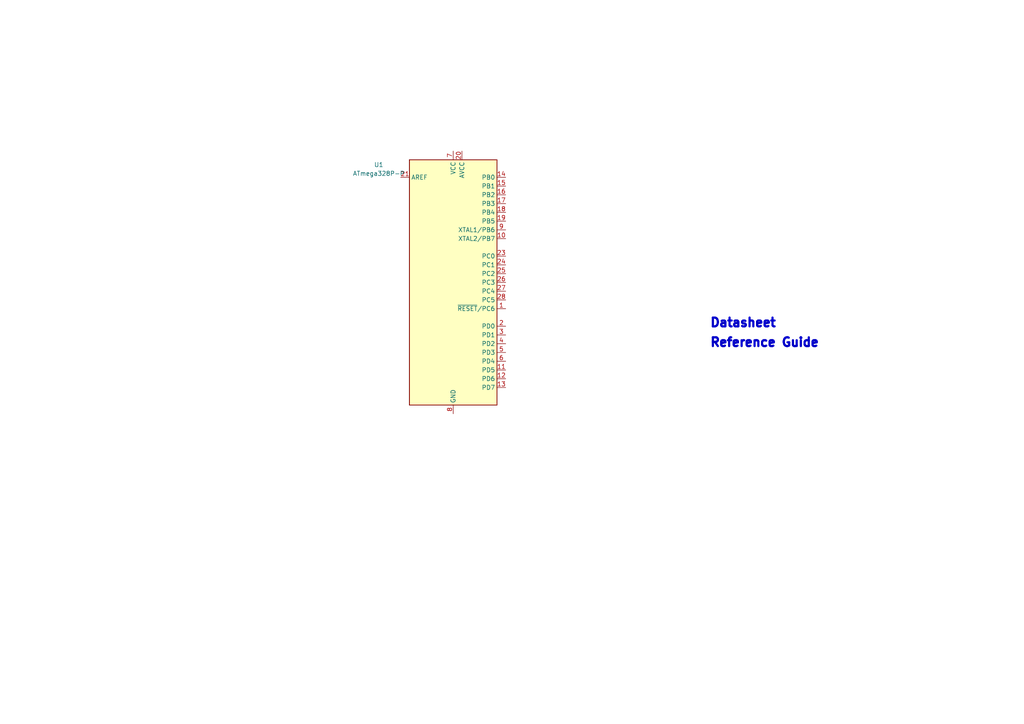
<source format=kicad_sch>
(kicad_sch (version 20230121) (generator eeschema)
  (paper "A4")
  (lib_symbols
    (symbol "MCU_Microchip_ATmega:ATmega328P-P"
      (property "Reference" "U" (at -12.7 36.83 0))
      (property "Value" "ATmega328P-P" (at 2.54 -36.83 0))
      (symbol "ATmega328P-P_0_1"
        (rectangle (start -12.7 -35.56) (end 12.7 35.56) (stroke (width 0.254)) (fill (type background)))
      )
      (symbol "ATmega328P-P_1_1"
        (pin bidirectional line (at 15.24 -7.62 180) (length 2.54) (name "~{RESET}/PC6") (number "1"))
        (pin bidirectional line (at 15.24 12.7 180) (length 2.54) (name "XTAL2/PB7") (number "10"))
        (pin bidirectional line (at 15.24 -25.4 180) (length 2.54) (name "PD5") (number "11"))
        (pin bidirectional line (at 15.24 -27.94 180) (length 2.54) (name "PD6") (number "12"))
        (pin bidirectional line (at 15.24 -30.48 180) (length 2.54) (name "PD7") (number "13"))
        (pin bidirectional line (at 15.24 30.48 180) (length 2.54) (name "PB0") (number "14"))
        (pin bidirectional line (at 15.24 27.94 180) (length 2.54) (name "PB1") (number "15"))
        (pin bidirectional line (at 15.24 25.4 180) (length 2.54) (name "PB2") (number "16"))
        (pin bidirectional line (at 15.24 22.86 180) (length 2.54) (name "PB3") (number "17"))
        (pin bidirectional line (at 15.24 20.32 180) (length 2.54) (name "PB4") (number "18"))
        (pin bidirectional line (at 15.24 17.78 180) (length 2.54) (name "PB5") (number "19"))
        (pin bidirectional line (at 15.24 -12.7 180) (length 2.54) (name "PD0") (number "2"))
        (pin power_in line (at 2.54 38.1 270) (length 2.54) (name "AVCC") (number "20"))
        (pin passive line (at -15.24 30.48 0) (length 2.54) (name "AREF") (number "21"))
        (pin passive line (at 0 -38.1 90) (length 2.54) hide (name "GND") (number "22"))
        (pin bidirectional line (at 15.24 7.62 180) (length 2.54) (name "PC0") (number "23"))
        (pin bidirectional line (at 15.24 5.08 180) (length 2.54) (name "PC1") (number "24"))
        (pin bidirectional line (at 15.24 2.54 180) (length 2.54) (name "PC2") (number "25"))
        (pin bidirectional line (at 15.24 0 180) (length 2.54) (name "PC3") (number "26"))
        (pin bidirectional line (at 15.24 -2.54 180) (length 2.54) (name "PC4") (number "27"))
        (pin bidirectional line (at 15.24 -5.08 180) (length 2.54) (name "PC5") (number "28"))
        (pin bidirectional line (at 15.24 -15.24 180) (length 2.54) (name "PD1") (number "3"))
        (pin bidirectional line (at 15.24 -17.78 180) (length 2.54) (name "PD2") (number "4"))
        (pin bidirectional line (at 15.24 -20.32 180) (length 2.54) (name "PD3") (number "5"))
        (pin bidirectional line (at 15.24 -22.86 180) (length 2.54) (name "PD4") (number "6"))
        (pin power_in line (at 0 38.1 270) (length 2.54) (name "VCC") (number "7"))
        (pin power_in line (at 0 -38.1 90) (length 2.54) (name "GND") (number "8"))
        (pin bidirectional line (at 15.24 15.24 180) (length 2.54) (name "XTAL1/PB6") (number "9"))
      )
    )
  )
  (text "Datasheet\n" (at 205.74 95.25 0) (effects (font (size 2.54 2.54) (thickness 1.016) bold) (justify left bottom)))
  (text "Reference Guide\n" (at 205.74 100.965 0) (effects (font (size 2.54 2.54) (thickness 1.016) bold) (justify left bottom)))
  (symbol (lib_id "MCU_Microchip_ATmega:ATmega328P-P") (at 131.445 81.915 0) (unit 1)
    (property "Reference" "U1" (at 109.855 47.7871 0))
    (property "Value" "ATmega328P-P" (at 109.855 50.3271 0))
    (property "Footprint" "Package_DIP:DIP-28_W7.62mm" (effects hide))
    (property "Datasheet" "http://ww1.microchip.com/downloads/en/DeviceDoc/ATmega328_P%20AVR%20MCU%20with%20picoPower%20Technology%20Data%20Sheet%2040001984A.pdf" (effects hide))
    (instances (project "smart-window" (path "" (reference "U1") (unit 1)) (path "" (reference "U1") (unit 1)) (path "" (reference "U2") (unit 1))))
  )
)
</source>
